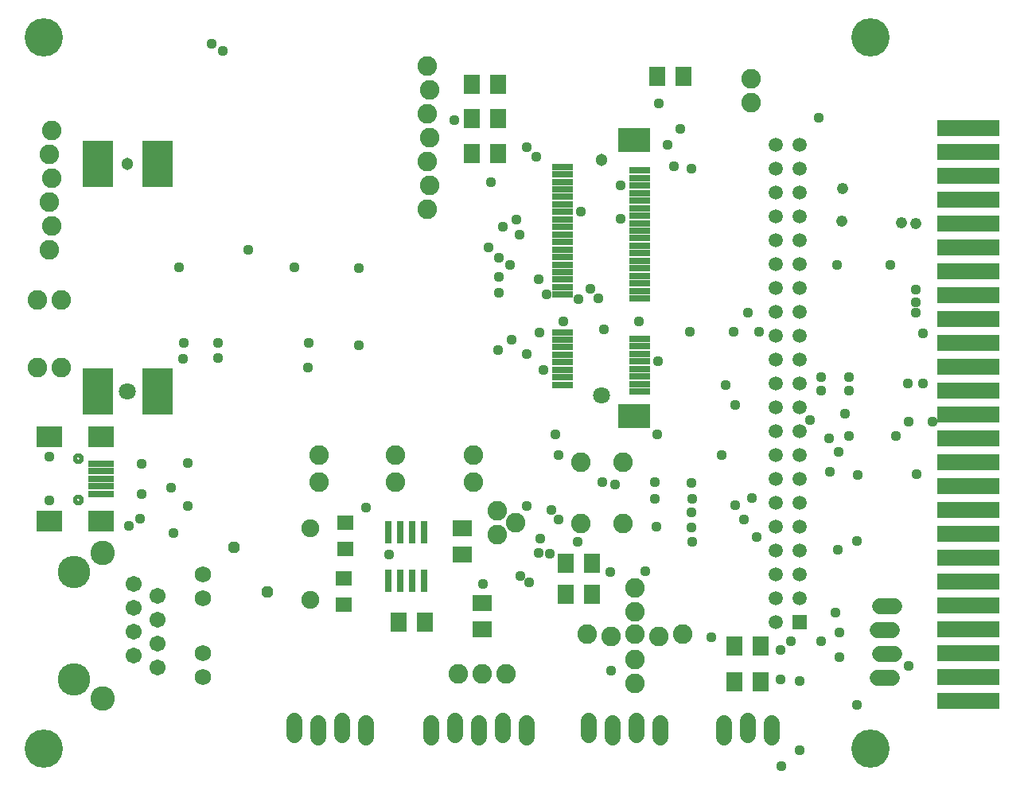
<source format=gts>
G75*
G70*
%OFA0B0*%
%FSLAX24Y24*%
%IPPOS*%
%LPD*%
%AMOC8*
5,1,8,0,0,1.08239X$1,22.5*
%
%ADD10C,0.1600*%
%ADD11C,0.0820*%
%ADD12R,0.0710X0.0789*%
%ADD13C,0.0680*%
%ADD14R,0.1064X0.0277*%
%ADD15R,0.1064X0.0867*%
%ADD16C,0.0161*%
%ADD17C,0.0710*%
%ADD18C,0.0513*%
%ADD19R,0.1340X0.0986*%
%ADD20R,0.0867X0.0316*%
%ADD21R,0.1261X0.1970*%
%ADD22R,0.2630X0.0680*%
%ADD23C,0.1025*%
%ADD24C,0.1360*%
%ADD25C,0.0671*%
%ADD26C,0.0680*%
%ADD27R,0.0316X0.0946*%
%ADD28R,0.0710X0.0631*%
%ADD29R,0.0789X0.0710*%
%ADD30C,0.0749*%
%ADD31R,0.0595X0.0595*%
%ADD32C,0.0595*%
%ADD33C,0.0437*%
%ADD34C,0.0476*%
%ADD35OC8,0.0476*%
D10*
X003094Y001796D03*
X037724Y001796D03*
X037724Y031596D03*
X003094Y031596D03*
D11*
X003454Y027704D03*
X003354Y026704D03*
X003454Y025704D03*
X003354Y024704D03*
X003454Y023704D03*
X003354Y022704D03*
X002854Y020592D03*
X003854Y020592D03*
X003854Y017764D03*
X002854Y017764D03*
X014641Y014095D03*
X014641Y012955D03*
X017844Y012955D03*
X017844Y014095D03*
X021111Y014095D03*
X021111Y012955D03*
X022118Y011778D03*
X022868Y011278D03*
X022118Y010778D03*
X025594Y011245D03*
X027374Y011245D03*
X027374Y013805D03*
X025594Y013805D03*
X027863Y008542D03*
X027863Y007542D03*
X027863Y006592D03*
X028863Y006492D03*
X029863Y006592D03*
X027863Y005542D03*
X027863Y004542D03*
X026863Y006492D03*
X025863Y006592D03*
X022484Y004946D03*
X021484Y004946D03*
X020484Y004946D03*
X019162Y024410D03*
X019262Y025410D03*
X019162Y026410D03*
X019262Y027410D03*
X019162Y028410D03*
X019262Y029410D03*
X019162Y030410D03*
X032723Y029860D03*
X032723Y028860D03*
D12*
X029912Y029978D03*
X028810Y029978D03*
X022140Y029652D03*
X021038Y029652D03*
X021038Y028192D03*
X022140Y028192D03*
X022145Y026730D03*
X021042Y026730D03*
X024956Y009565D03*
X026058Y009565D03*
X026058Y008257D03*
X024956Y008257D03*
X019083Y007103D03*
X017980Y007103D03*
X032048Y006099D03*
X033151Y006099D03*
X033150Y004598D03*
X032047Y004598D03*
D13*
X032594Y002956D02*
X032594Y002356D01*
X031594Y002256D02*
X031594Y002856D01*
X033594Y002856D02*
X033594Y002256D01*
X028939Y002256D02*
X028939Y002856D01*
X027939Y002956D02*
X027939Y002356D01*
X026939Y002256D02*
X026939Y002856D01*
X025939Y002956D02*
X025939Y002356D01*
X023344Y002256D02*
X023344Y002856D01*
X022344Y002956D02*
X022344Y002356D01*
X021344Y002256D02*
X021344Y002856D01*
X020344Y002956D02*
X020344Y002356D01*
X019344Y002256D02*
X019344Y002856D01*
X016594Y002856D02*
X016594Y002256D01*
X015594Y002356D02*
X015594Y002956D01*
X014594Y002856D02*
X014594Y002256D01*
X013594Y002356D02*
X013594Y002956D01*
X038024Y004756D02*
X038624Y004756D01*
X038724Y005756D02*
X038124Y005756D01*
X038024Y006756D02*
X038624Y006756D01*
X038724Y007756D02*
X038124Y007756D01*
D14*
X005515Y012477D03*
X005515Y012792D03*
X005515Y013107D03*
X005515Y013422D03*
X005515Y013737D03*
D15*
X005515Y014879D03*
X003350Y014879D03*
X003350Y011336D03*
X005515Y011336D03*
D16*
X004393Y012241D02*
X004395Y012264D01*
X004401Y012287D01*
X004411Y012308D01*
X004424Y012328D01*
X004440Y012345D01*
X004459Y012359D01*
X004480Y012369D01*
X004502Y012376D01*
X004525Y012379D01*
X004549Y012378D01*
X004571Y012373D01*
X004593Y012364D01*
X004613Y012352D01*
X004631Y012336D01*
X004645Y012318D01*
X004657Y012298D01*
X004665Y012276D01*
X004669Y012253D01*
X004669Y012229D01*
X004665Y012206D01*
X004657Y012184D01*
X004645Y012164D01*
X004631Y012146D01*
X004613Y012130D01*
X004593Y012118D01*
X004571Y012109D01*
X004549Y012104D01*
X004525Y012103D01*
X004502Y012106D01*
X004480Y012113D01*
X004459Y012123D01*
X004440Y012137D01*
X004424Y012154D01*
X004411Y012174D01*
X004401Y012195D01*
X004395Y012218D01*
X004393Y012241D01*
X004393Y013974D02*
X004395Y013997D01*
X004401Y014020D01*
X004411Y014041D01*
X004424Y014061D01*
X004440Y014078D01*
X004459Y014092D01*
X004480Y014102D01*
X004502Y014109D01*
X004525Y014112D01*
X004549Y014111D01*
X004571Y014106D01*
X004593Y014097D01*
X004613Y014085D01*
X004631Y014069D01*
X004645Y014051D01*
X004657Y014031D01*
X004665Y014009D01*
X004669Y013986D01*
X004669Y013962D01*
X004665Y013939D01*
X004657Y013917D01*
X004645Y013897D01*
X004631Y013879D01*
X004613Y013863D01*
X004593Y013851D01*
X004571Y013842D01*
X004549Y013837D01*
X004525Y013836D01*
X004502Y013839D01*
X004480Y013846D01*
X004459Y013856D01*
X004440Y013870D01*
X004424Y013887D01*
X004411Y013907D01*
X004401Y013928D01*
X004395Y013951D01*
X004393Y013974D01*
D17*
X006619Y016772D03*
X026462Y016614D03*
D18*
X026462Y026457D03*
X006619Y026299D03*
D19*
X027840Y027303D03*
X027840Y015748D03*
D20*
X028076Y016772D03*
X028076Y017087D03*
X028076Y017401D03*
X028076Y017716D03*
X028076Y018031D03*
X028076Y018346D03*
X028076Y018661D03*
X028076Y018976D03*
X028076Y020669D03*
X028076Y020984D03*
X028076Y021299D03*
X028076Y021614D03*
X028076Y021929D03*
X028076Y022244D03*
X028076Y022559D03*
X028076Y022874D03*
X028076Y023189D03*
X028076Y023504D03*
X028076Y023819D03*
X028076Y024134D03*
X028076Y024449D03*
X028076Y024764D03*
X028076Y025079D03*
X028076Y025394D03*
X028076Y025709D03*
X028076Y026024D03*
X024848Y026181D03*
X024848Y025866D03*
X024848Y025551D03*
X024848Y025236D03*
X024848Y024921D03*
X024848Y024606D03*
X024848Y024291D03*
X024848Y023976D03*
X024848Y023661D03*
X024848Y023346D03*
X024848Y023031D03*
X024848Y022716D03*
X024848Y022401D03*
X024848Y022087D03*
X024848Y021772D03*
X024848Y021457D03*
X024848Y021142D03*
X024848Y020827D03*
X024848Y019252D03*
X024848Y018937D03*
X024848Y018622D03*
X024848Y018307D03*
X024848Y017992D03*
X024848Y017677D03*
X024848Y017362D03*
X024848Y017047D03*
D21*
X007859Y016772D03*
X005379Y016772D03*
X005379Y026299D03*
X007859Y026299D03*
D22*
X041844Y026796D03*
X041844Y025796D03*
X041844Y024796D03*
X041844Y023796D03*
X041844Y022796D03*
X041844Y021796D03*
X041844Y020796D03*
X041844Y019796D03*
X041844Y018796D03*
X041844Y017796D03*
X041844Y016796D03*
X041844Y015796D03*
X041844Y014796D03*
X041844Y013796D03*
X041844Y012796D03*
X041844Y011796D03*
X041844Y010796D03*
X041844Y009796D03*
X041844Y008796D03*
X041844Y007796D03*
X041844Y006796D03*
X041844Y005796D03*
X041844Y004796D03*
X041844Y003796D03*
X041844Y027796D03*
D23*
X005564Y009996D03*
X005564Y003896D03*
D24*
X004364Y004696D03*
X004364Y009196D03*
D25*
X006864Y008696D03*
X007864Y008196D03*
X006864Y007696D03*
X007864Y007196D03*
X006864Y006696D03*
X007864Y006196D03*
X006864Y005696D03*
X007864Y005196D03*
D26*
X009764Y004796D03*
X009764Y005796D03*
X009764Y008096D03*
X009764Y009096D03*
D27*
X017542Y008835D03*
X018042Y008835D03*
X018542Y008835D03*
X019042Y008835D03*
X019042Y010882D03*
X018542Y010882D03*
X018042Y010882D03*
X017542Y010882D03*
D28*
X015739Y011260D03*
X015739Y010158D03*
X015685Y008929D03*
X015685Y007826D03*
D29*
X020652Y009925D03*
X020652Y011028D03*
X021486Y007913D03*
X021486Y006811D03*
D30*
X014266Y008027D03*
X014266Y011027D03*
D31*
X034784Y007096D03*
D32*
X033784Y007096D03*
X033784Y008096D03*
X034784Y008096D03*
X034784Y009096D03*
X033784Y009096D03*
X033784Y010096D03*
X034784Y010096D03*
X034784Y011096D03*
X033784Y011096D03*
X033784Y012096D03*
X034784Y012096D03*
X034784Y013096D03*
X033784Y013096D03*
X033784Y014096D03*
X034784Y014096D03*
X034784Y015096D03*
X033784Y015096D03*
X033784Y016096D03*
X034784Y016096D03*
X034784Y017096D03*
X033784Y017096D03*
X033784Y018096D03*
X034784Y018096D03*
X034784Y019096D03*
X033784Y019096D03*
X033784Y020096D03*
X034784Y020096D03*
X034784Y021096D03*
X033784Y021096D03*
X033784Y022096D03*
X034784Y022096D03*
X034784Y023096D03*
X033784Y023096D03*
X033784Y024096D03*
X034784Y024096D03*
X034784Y025096D03*
X033784Y025096D03*
X033784Y026096D03*
X034784Y026096D03*
X034784Y027096D03*
X033784Y027096D03*
D33*
X035579Y028238D03*
X030244Y026096D03*
X029504Y026216D03*
X029244Y027096D03*
X029784Y027756D03*
X028874Y028848D03*
X027286Y025403D03*
X025604Y024316D03*
X027284Y023996D03*
X023831Y021468D03*
X024178Y020834D03*
X024866Y019700D03*
X023864Y019236D03*
X023324Y018324D03*
X022704Y018926D03*
X022142Y018518D03*
X024024Y017666D03*
X026586Y019365D03*
X028045Y019703D03*
X026325Y020660D03*
X026002Y021058D03*
X025514Y020633D03*
X022640Y022058D03*
X022185Y022368D03*
X021734Y022796D03*
X022328Y023676D03*
X022908Y023978D03*
X023049Y023323D03*
X022160Y021577D03*
X022160Y020907D03*
X016309Y021940D03*
X013612Y021984D03*
X011659Y022698D03*
X008771Y021984D03*
X008967Y018816D03*
X008946Y018135D03*
X010405Y018155D03*
X010415Y018803D03*
X014189Y018807D03*
X014173Y017767D03*
X016296Y018706D03*
X009148Y013756D03*
X008436Y012731D03*
X009148Y011987D03*
X008552Y010850D03*
X007146Y011454D03*
X006658Y011150D03*
X007211Y012479D03*
X007211Y013750D03*
X003335Y014029D03*
X003335Y012219D03*
X016589Y011918D03*
X017561Y009926D03*
X021509Y008713D03*
X023065Y009030D03*
X023443Y008772D03*
X023846Y010015D03*
X024317Y009982D03*
X023903Y010593D03*
X024687Y011415D03*
X024358Y011801D03*
X023340Y011961D03*
X025457Y010468D03*
X026831Y009205D03*
X028300Y009229D03*
X030258Y010477D03*
X030255Y011082D03*
X030250Y011711D03*
X030259Y012276D03*
X030244Y012944D03*
X031504Y014096D03*
X032765Y012298D03*
X032060Y012006D03*
X032448Y011407D03*
X032966Y010681D03*
X036380Y010132D03*
X037164Y010516D03*
X037192Y013256D03*
X036024Y013416D03*
X036404Y014236D03*
X036004Y014796D03*
X036844Y014896D03*
X036680Y015840D03*
X036824Y016796D03*
X036824Y017376D03*
X035664Y017376D03*
X035664Y016796D03*
X035191Y015571D03*
X032060Y016197D03*
X031684Y017036D03*
X028837Y018033D03*
X030171Y019281D03*
X032020Y019282D03*
X032611Y020076D03*
X033079Y019272D03*
X036324Y022076D03*
X038564Y022056D03*
X039624Y021036D03*
X039624Y020496D03*
X039624Y020076D03*
X039924Y019196D03*
X039924Y017116D03*
X039304Y017116D03*
X039344Y015496D03*
X038804Y014916D03*
X040324Y015496D03*
X039657Y013316D03*
X036276Y007507D03*
X036430Y006677D03*
X035666Y006297D03*
X036440Y005643D03*
X034787Y004652D03*
X033973Y004707D03*
X033964Y005936D03*
X034400Y006309D03*
X031082Y006478D03*
X026857Y005065D03*
X034012Y001078D03*
X034788Y001742D03*
X037174Y003644D03*
X039325Y005273D03*
X028788Y011090D03*
X028712Y012286D03*
X028706Y012974D03*
X027029Y012868D03*
X026506Y012969D03*
X024685Y014099D03*
X024524Y014980D03*
X028789Y014980D03*
X021854Y025536D03*
X023344Y026996D03*
X023744Y026596D03*
X020305Y028145D03*
X010590Y031050D03*
X010140Y031351D03*
D34*
X036584Y025256D03*
X036544Y023916D03*
X039024Y023836D03*
X039624Y023816D03*
D35*
X012484Y008356D03*
X011084Y010246D03*
M02*

</source>
